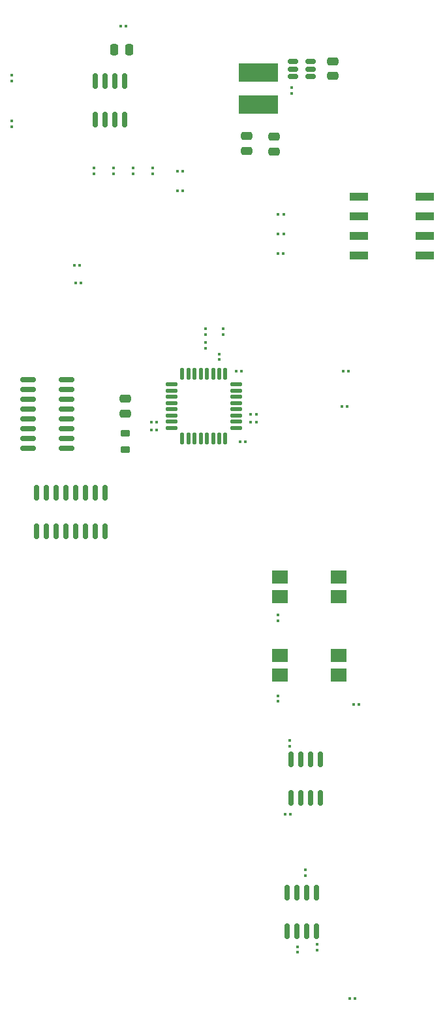
<source format=gbr>
%TF.GenerationSoftware,KiCad,Pcbnew,(6.0.5)*%
%TF.CreationDate,2022-07-22T19:12:55-04:00*%
%TF.ProjectId,LIFFY_KICAD,4c494646-595f-44b4-9943-41442e6b6963,rev?*%
%TF.SameCoordinates,Original*%
%TF.FileFunction,Paste,Top*%
%TF.FilePolarity,Positive*%
%FSLAX46Y46*%
G04 Gerber Fmt 4.6, Leading zero omitted, Abs format (unit mm)*
G04 Created by KiCad (PCBNEW (6.0.5)) date 2022-07-22 19:12:55*
%MOMM*%
%LPD*%
G01*
G04 APERTURE LIST*
G04 Aperture macros list*
%AMRoundRect*
0 Rectangle with rounded corners*
0 $1 Rounding radius*
0 $2 $3 $4 $5 $6 $7 $8 $9 X,Y pos of 4 corners*
0 Add a 4 corners polygon primitive as box body*
4,1,4,$2,$3,$4,$5,$6,$7,$8,$9,$2,$3,0*
0 Add four circle primitives for the rounded corners*
1,1,$1+$1,$2,$3*
1,1,$1+$1,$4,$5*
1,1,$1+$1,$6,$7*
1,1,$1+$1,$8,$9*
0 Add four rect primitives between the rounded corners*
20,1,$1+$1,$2,$3,$4,$5,0*
20,1,$1+$1,$4,$5,$6,$7,0*
20,1,$1+$1,$6,$7,$8,$9,0*
20,1,$1+$1,$8,$9,$2,$3,0*%
G04 Aperture macros list end*
%ADD10RoundRect,0.150000X0.150000X-0.825000X0.150000X0.825000X-0.150000X0.825000X-0.150000X-0.825000X0*%
%ADD11R,2.000000X1.780000*%
%ADD12RoundRect,0.079500X0.100500X-0.079500X0.100500X0.079500X-0.100500X0.079500X-0.100500X-0.079500X0*%
%ADD13RoundRect,0.079500X-0.079500X-0.100500X0.079500X-0.100500X0.079500X0.100500X-0.079500X0.100500X0*%
%ADD14RoundRect,0.150000X0.512500X0.150000X-0.512500X0.150000X-0.512500X-0.150000X0.512500X-0.150000X0*%
%ADD15RoundRect,0.250000X-0.475000X0.250000X-0.475000X-0.250000X0.475000X-0.250000X0.475000X0.250000X0*%
%ADD16RoundRect,0.079500X0.079500X0.100500X-0.079500X0.100500X-0.079500X-0.100500X0.079500X-0.100500X0*%
%ADD17RoundRect,0.150000X-0.150000X0.825000X-0.150000X-0.825000X0.150000X-0.825000X0.150000X0.825000X0*%
%ADD18RoundRect,0.250000X-0.250000X-0.475000X0.250000X-0.475000X0.250000X0.475000X-0.250000X0.475000X0*%
%ADD19RoundRect,0.079500X-0.100500X0.079500X-0.100500X-0.079500X0.100500X-0.079500X0.100500X0.079500X0*%
%ADD20RoundRect,0.150000X0.825000X0.150000X-0.825000X0.150000X-0.825000X-0.150000X0.825000X-0.150000X0*%
%ADD21R,5.100000X2.350000*%
%ADD22RoundRect,0.250000X0.475000X-0.250000X0.475000X0.250000X-0.475000X0.250000X-0.475000X-0.250000X0*%
%ADD23R,2.440000X1.120000*%
%ADD24RoundRect,0.218750X-0.381250X0.218750X-0.381250X-0.218750X0.381250X-0.218750X0.381250X0.218750X0*%
%ADD25RoundRect,0.125000X-0.625000X-0.125000X0.625000X-0.125000X0.625000X0.125000X-0.625000X0.125000X0*%
%ADD26RoundRect,0.125000X-0.125000X-0.625000X0.125000X-0.625000X0.125000X0.625000X-0.125000X0.625000X0*%
G04 APERTURE END LIST*
D10*
%TO.C,U2*%
X107823000Y-127443000D03*
X109093000Y-127443000D03*
X110363000Y-127443000D03*
X111633000Y-127443000D03*
X111633000Y-122493000D03*
X110363000Y-122493000D03*
X109093000Y-122493000D03*
X107823000Y-122493000D03*
%TD*%
D11*
%TO.C,U3*%
X114046000Y-101346000D03*
X114046000Y-98806000D03*
X106426000Y-98806000D03*
X106426000Y-101346000D03*
%TD*%
D12*
%TO.C,R17*%
X71628000Y-39787000D03*
X71628000Y-40477000D03*
%TD*%
D13*
%TO.C,R3*%
X106862000Y-51816000D03*
X106172000Y-51816000D03*
%TD*%
D14*
%TO.C,U7*%
X110357500Y-33970000D03*
X110357500Y-33020000D03*
X110357500Y-32070000D03*
X108082500Y-32070000D03*
X108082500Y-33020000D03*
X108082500Y-33970000D03*
%TD*%
D15*
%TO.C,C17*%
X105664000Y-41788000D03*
X105664000Y-43688000D03*
%TD*%
D12*
%TO.C,R11*%
X106172000Y-114965000D03*
X106172000Y-114275000D03*
%TD*%
D16*
%TO.C,R4*%
X115987000Y-115316000D03*
X116677000Y-115316000D03*
%TD*%
D17*
%TO.C,U8*%
X83693000Y-87949000D03*
X82423000Y-87949000D03*
X81153000Y-87949000D03*
X79883000Y-87949000D03*
X78613000Y-87949000D03*
X77343000Y-87949000D03*
X76073000Y-87949000D03*
X74803000Y-87949000D03*
X74803000Y-92899000D03*
X76073000Y-92899000D03*
X77343000Y-92899000D03*
X78613000Y-92899000D03*
X79883000Y-92899000D03*
X81153000Y-92899000D03*
X82423000Y-92899000D03*
X83693000Y-92899000D03*
%TD*%
D13*
%TO.C,R2*%
X106172000Y-54356000D03*
X106862000Y-54356000D03*
%TD*%
D18*
%TO.C,C8*%
X84902000Y-30480000D03*
X86802000Y-30480000D03*
%TD*%
D13*
%TO.C,C5*%
X101945000Y-81280000D03*
X101255000Y-81280000D03*
%TD*%
%TO.C,R21*%
X114626000Y-72136000D03*
X115316000Y-72136000D03*
%TD*%
%TO.C,R22*%
X93127000Y-46228000D03*
X93817000Y-46228000D03*
%TD*%
D12*
%TO.C,R6*%
X109728000Y-136815000D03*
X109728000Y-137505000D03*
%TD*%
D13*
%TO.C,R1*%
X106147000Y-56896000D03*
X106837000Y-56896000D03*
%TD*%
D15*
%TO.C,C16*%
X102108000Y-41722000D03*
X102108000Y-43622000D03*
%TD*%
D19*
%TO.C,R7*%
X96774000Y-68489000D03*
X96774000Y-69179000D03*
%TD*%
D16*
%TO.C,R5*%
X115479000Y-153416000D03*
X116169000Y-153416000D03*
%TD*%
D13*
%TO.C,R20*%
X93817000Y-48768000D03*
X93127000Y-48768000D03*
%TD*%
D19*
%TO.C,C18*%
X111252000Y-146467000D03*
X111252000Y-147157000D03*
%TD*%
D20*
%TO.C,U6*%
X78675000Y-82169000D03*
X78675000Y-80899000D03*
X78675000Y-79629000D03*
X78675000Y-78359000D03*
X78675000Y-77089000D03*
X78675000Y-75819000D03*
X78675000Y-74549000D03*
X78675000Y-73279000D03*
X73725000Y-73279000D03*
X73725000Y-74549000D03*
X73725000Y-75819000D03*
X73725000Y-77089000D03*
X73725000Y-78359000D03*
X73725000Y-79629000D03*
X73725000Y-80899000D03*
X73725000Y-82169000D03*
%TD*%
D13*
%TO.C,C3*%
X102616000Y-78740000D03*
X103306000Y-78740000D03*
%TD*%
D12*
%TO.C,C10*%
X98552000Y-70637000D03*
X98552000Y-69947000D03*
%TD*%
D17*
%TO.C,U1*%
X111125000Y-139765000D03*
X109855000Y-139765000D03*
X108585000Y-139765000D03*
X107315000Y-139765000D03*
X107315000Y-144715000D03*
X108585000Y-144715000D03*
X109855000Y-144715000D03*
X111125000Y-144715000D03*
%TD*%
D21*
%TO.C,L1*%
X103632000Y-33485000D03*
X103632000Y-37635000D03*
%TD*%
D22*
%TO.C,RV3*%
X86360000Y-77658000D03*
X86360000Y-75758000D03*
%TD*%
D16*
%TO.C,R10*%
X107721000Y-129540000D03*
X107031000Y-129540000D03*
%TD*%
D12*
%TO.C,R14*%
X89916000Y-45883000D03*
X89916000Y-46573000D03*
%TD*%
D19*
%TO.C,C2*%
X96774000Y-66711000D03*
X96774000Y-67401000D03*
%TD*%
D12*
%TO.C,R13*%
X84836000Y-46573000D03*
X84836000Y-45883000D03*
%TD*%
D17*
%TO.C,U4*%
X86233000Y-34609000D03*
X84963000Y-34609000D03*
X83693000Y-34609000D03*
X82423000Y-34609000D03*
X82423000Y-39559000D03*
X83693000Y-39559000D03*
X84963000Y-39559000D03*
X86233000Y-39559000D03*
%TD*%
D12*
%TO.C,C1*%
X99060000Y-66711000D03*
X99060000Y-67401000D03*
%TD*%
D13*
%TO.C,C4*%
X102616000Y-77724000D03*
X103306000Y-77724000D03*
%TD*%
%TO.C,C9*%
X86385000Y-27432000D03*
X85695000Y-27432000D03*
%TD*%
D19*
%TO.C,C15*%
X107950000Y-35469000D03*
X107950000Y-36159000D03*
%TD*%
D12*
%TO.C,R18*%
X106172000Y-103795000D03*
X106172000Y-104485000D03*
%TD*%
D13*
%TO.C,R23*%
X79919000Y-60706000D03*
X80609000Y-60706000D03*
%TD*%
%TO.C,C7*%
X90424000Y-79756000D03*
X89734000Y-79756000D03*
%TD*%
%TO.C,R19*%
X114463000Y-76708000D03*
X115153000Y-76708000D03*
%TD*%
D15*
%TO.C,C14*%
X113284000Y-32004000D03*
X113284000Y-33904000D03*
%TD*%
D12*
%TO.C,R12*%
X82296000Y-46573000D03*
X82296000Y-45883000D03*
%TD*%
D19*
%TO.C,R9*%
X108712000Y-147477000D03*
X108712000Y-146787000D03*
%TD*%
D13*
%TO.C,C11*%
X100747000Y-72136000D03*
X101437000Y-72136000D03*
%TD*%
%TO.C,C6*%
X90424000Y-78740000D03*
X89734000Y-78740000D03*
%TD*%
D11*
%TO.C,U5*%
X114046000Y-111506000D03*
X114046000Y-108966000D03*
X106426000Y-108966000D03*
X106426000Y-111506000D03*
%TD*%
D13*
%TO.C,R24*%
X80421000Y-58420000D03*
X79731000Y-58420000D03*
%TD*%
D12*
%TO.C,C19*%
X107696000Y-120741000D03*
X107696000Y-120051000D03*
%TD*%
%TO.C,R15*%
X87376000Y-46573000D03*
X87376000Y-45883000D03*
%TD*%
D23*
%TO.C,SW1*%
X125209000Y-57150000D03*
X125209000Y-54610000D03*
X125209000Y-52070000D03*
X125209000Y-49530000D03*
X116599000Y-49530000D03*
X116599000Y-52070000D03*
X116599000Y-54610000D03*
X116599000Y-57150000D03*
%TD*%
D24*
%TO.C,L2*%
X86360000Y-80217500D03*
X86360000Y-82342500D03*
%TD*%
D25*
%TO.C,IC1*%
X92345000Y-73908000D03*
X92345000Y-74708000D03*
X92345000Y-75508000D03*
X92345000Y-76308000D03*
X92345000Y-77108000D03*
X92345000Y-77908000D03*
X92345000Y-78708000D03*
X92345000Y-79508000D03*
D26*
X93720000Y-80883000D03*
X94520000Y-80883000D03*
X95320000Y-80883000D03*
X96120000Y-80883000D03*
X96920000Y-80883000D03*
X97720000Y-80883000D03*
X98520000Y-80883000D03*
X99320000Y-80883000D03*
D25*
X100695000Y-79508000D03*
X100695000Y-78708000D03*
X100695000Y-77908000D03*
X100695000Y-77108000D03*
X100695000Y-76308000D03*
X100695000Y-75508000D03*
X100695000Y-74708000D03*
X100695000Y-73908000D03*
D26*
X99320000Y-72533000D03*
X98520000Y-72533000D03*
X97720000Y-72533000D03*
X96920000Y-72533000D03*
X96120000Y-72533000D03*
X95320000Y-72533000D03*
X94520000Y-72533000D03*
X93720000Y-72533000D03*
%TD*%
D12*
%TO.C,R16*%
X71628000Y-34544000D03*
X71628000Y-33854000D03*
%TD*%
M02*

</source>
